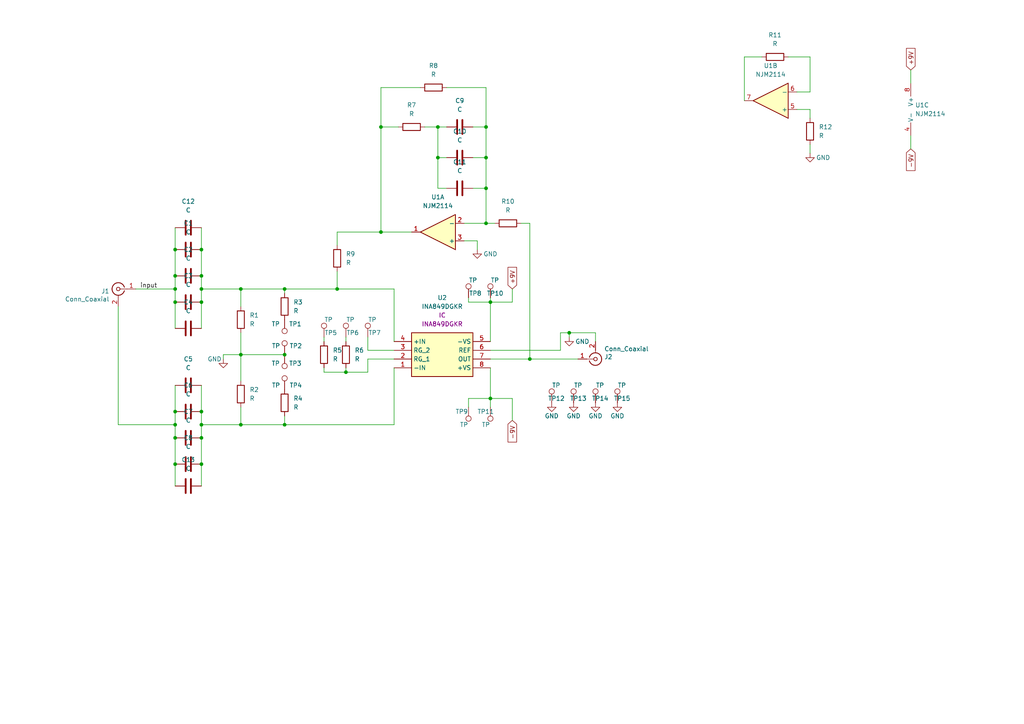
<source format=kicad_sch>
(kicad_sch (version 20211123) (generator eeschema)
  (paper "A4")
  (lib_symbols
    (symbol "Amplifier_Operational:NJM2114" (pin_names (offset 0.127))
      (property "Reference" "U" (at 0 5.08 0))
      (property "Value" "NJM2114" (at 0 -5.08 0))
      (symbol "NJM2114_1_1"
        (polyline (pts (xy -5.08 5.08) (xy 5.08 0) (xy -5.08 -5.08) (xy -5.08 5.08)) (stroke (width 0.254)) (fill (type background)))
        (pin output line (at 7.62 0 180) (length 2.54) (name "~") (number "1"))
        (pin input line (at -7.62 -2.54 0) (length 2.54) (name "-") (number "2"))
        (pin input line (at -7.62 2.54 0) (length 2.54) (name "+") (number "3"))
      )
      (symbol "NJM2114_2_1"
        (polyline (pts (xy -5.08 5.08) (xy 5.08 0) (xy -5.08 -5.08) (xy -5.08 5.08)) (stroke (width 0.254)) (fill (type background)))
        (pin input line (at -7.62 2.54 0) (length 2.54) (name "+") (number "5"))
        (pin input line (at -7.62 -2.54 0) (length 2.54) (name "-") (number "6"))
        (pin output line (at 7.62 0 180) (length 2.54) (name "~") (number "7"))
      )
      (symbol "NJM2114_3_1"
        (pin power_in line (at -2.54 -7.62 90) (length 3.81) (name "V-") (number "4"))
        (pin power_in line (at -2.54 7.62 270) (length 3.81) (name "V+") (number "8"))
      )
    )
    (symbol "Connector:Conn_Coaxial" (pin_names (offset 1.016) hide)
      (property "Reference" "J" (at 0.254 3.048 0))
      (property "Value" "Conn_Coaxial" (at 2.921 0 90))
      (symbol "Conn_Coaxial_0_1"
        (arc (start -1.778 -0.508) (mid 0.2311 -1.8066) (end 1.778 0) (stroke (width 0.254)))
        (polyline (pts (xy -2.54 0) (xy -0.508 0)))
        (polyline (pts (xy 0 -2.54) (xy 0 -1.778)))
        (circle (center 0 0) (radius 0.508) (stroke (width 0.2032)))
        (arc (start 1.778 0) (mid 0.2099 1.8101) (end -1.778 0.508) (stroke (width 0.254)))
      )
      (symbol "Conn_Coaxial_1_1"
        (pin passive line (at -5.08 0 0) (length 2.54) (name "In") (number "1"))
        (pin passive line (at 0 -5.08 90) (length 2.54) (name "Ext") (number "2"))
      )
    )
    (symbol "Connector:TestPoint" (pin_numbers hide) (pin_names (offset 0.762) hide)
      (property "Reference" "TP" (at 0 6.858 0))
      (property "Value" "TestPoint" (at 0 5.08 0))
      (symbol "TestPoint_0_1"
        (circle (center 0 3.302) (radius 0.762))
      )
      (symbol "TestPoint_1_1"
        (pin passive line (at 0 0 90) (length 2.54) (name "1") (number "1"))
      )
    )
    (symbol "Device:C" (pin_numbers hide) (pin_names (offset 0.254))
      (property "Reference" "C" (at 0.635 2.54 0))
      (property "Value" "C" (at 0.635 -2.54 0))
      (symbol "C_0_1"
        (polyline (pts (xy -2.032 -0.762) (xy 2.032 -0.762)) (stroke (width 0.508)))
        (polyline (pts (xy -2.032 0.762) (xy 2.032 0.762)) (stroke (width 0.508)))
      )
      (symbol "C_1_1"
        (pin passive line (at 0 3.81 270) (length 2.794) (name "~") (number "1"))
        (pin passive line (at 0 -3.81 90) (length 2.794) (name "~") (number "2"))
      )
    )
    (symbol "Device:R" (pin_numbers hide) (pin_names (offset 0))
      (property "Reference" "R" (at 2.032 0 90))
      (property "Value" "R" (at 0 0 90))
      (symbol "R_0_1"
        (rectangle (start -1.016 -2.54) (end 1.016 2.54) (stroke (width 0.254)))
      )
      (symbol "R_1_1"
        (pin passive line (at 0 3.81 270) (length 1.27) (name "~") (number "1"))
        (pin passive line (at 0 -3.81 90) (length 1.27) (name "~") (number "2"))
      )
    )
    (symbol "INA849DGKR:INA849DGKR"
      (property "Value" "INA849DGKR" (at 0 0 0))
      (property "Reference_1" "IC" (at 24.13 7.62 0))
      (property "Value_1" "INA849DGKR" (at 24.13 5.08 0))
      (symbol "INA849DGKR_1_1"
        (rectangle (start 5.08 2.54) (end 22.86 -10.16) (stroke (width 0.254)) (fill (type background)))
        (pin passive line (at 0 0 0) (length 5.08) (name "-IN") (number "1"))
        (pin passive line (at 0 -2.54 0) (length 5.08) (name "RG_1") (number "2"))
        (pin passive line (at 0 -5.08 0) (length 5.08) (name "RG_2") (number "3"))
        (pin passive line (at 0 -7.62 0) (length 5.08) (name "+IN") (number "4"))
        (pin passive line (at 27.94 -7.62 180) (length 5.08) (name "-VS") (number "5"))
        (pin passive line (at 27.94 -5.08 180) (length 5.08) (name "REF") (number "6"))
        (pin passive line (at 27.94 -2.54 180) (length 5.08) (name "OUT") (number "7"))
        (pin passive line (at 27.94 0 180) (length 5.08) (name "+VS") (number "8"))
      )
    )
    (symbol "power:GND" (power) (pin_names (offset 0))
      (property "Value" "GND" (at 0 -3.81 0))
      (symbol "GND_0_1"
        (polyline (pts (xy 0 0) (xy 0 -1.27) (xy 1.27 -1.27) (xy 0 -2.54) (xy -1.27 -1.27) (xy 0 -1.27)))
      )
      (symbol "GND_1_1"
        (pin power_in line (at 0 0 270) (length 0) hide (name "GND") (number "1"))
      )
    )
  )
  (junction (at 50.8 80.01))
  (junction (at 140.97 45.72))
  (junction (at 58.42 72.39))
  (junction (at 69.85 83.82))
  (junction (at 127 36.83))
  (junction (at 82.55 123.19))
  (junction (at 50.8 134.62))
  (junction (at 153.67 104.14))
  (junction (at 97.79 83.82))
  (junction (at 58.42 87.63))
  (junction (at 140.97 64.77))
  (junction (at 50.8 87.63))
  (junction (at 140.97 54.61))
  (junction (at 110.49 67.31))
  (junction (at 58.42 123.19))
  (junction (at 82.55 83.82))
  (junction (at 69.85 123.19))
  (junction (at 58.42 83.82))
  (junction (at 50.8 72.39))
  (junction (at 165.1 96.52))
  (junction (at 58.42 80.01))
  (junction (at 69.85 102.87))
  (junction (at 58.42 127))
  (junction (at 140.97 36.83))
  (junction (at 58.42 134.62))
  (junction (at 50.8 119.38))
  (junction (at 142.24 87.63))
  (junction (at 82.55 102.87))
  (junction (at 100.33 107.95))
  (junction (at 50.8 83.82))
  (junction (at 50.8 127))
  (junction (at 58.42 119.38))
  (junction (at 50.8 123.19))
  (junction (at 142.24 115.57))
  (junction (at 110.49 36.83))
  (junction (at 127 45.72))
  (wire (pts (xy 100.33 107.95) (xy 106.68 107.95)))
  (wire (pts (xy 97.79 67.31) (xy 97.79 71.12)))
  (wire (pts (xy 69.85 123.19) (xy 82.55 123.19)))
  (wire (pts (xy 135.89 118.11) (xy 135.89 115.57)))
  (wire (pts (xy 50.8 123.19) (xy 50.8 127)))
  (wire (pts (xy 231.14 31.75) (xy 234.95 31.75)))
  (wire (pts (xy 58.42 87.63) (xy 58.42 95.25)))
  (wire (pts (xy 142.24 104.14) (xy 153.67 104.14)))
  (wire (pts (xy 140.97 25.4) (xy 140.97 36.83)))
  (wire (pts (xy 134.62 64.77) (xy 140.97 64.77)))
  (wire (pts (xy 58.42 123.19) (xy 69.85 123.19)))
  (wire (pts (xy 50.8 72.39) (xy 50.8 80.01)))
  (wire (pts (xy 234.95 16.51) (xy 234.95 26.67)))
  (wire (pts (xy 172.72 96.52) (xy 172.72 99.06)))
  (wire (pts (xy 69.85 83.82) (xy 82.55 83.82)))
  (wire (pts (xy 82.55 83.82) (xy 97.79 83.82)))
  (wire (pts (xy 82.55 123.19) (xy 114.3 123.19)))
  (wire (pts (xy 58.42 134.62) (xy 58.42 140.97)))
  (wire (pts (xy 129.54 25.4) (xy 140.97 25.4)))
  (wire (pts (xy 106.68 107.95) (xy 106.68 104.14)))
  (wire (pts (xy 234.95 26.67) (xy 231.14 26.67)))
  (wire (pts (xy 50.8 87.63) (xy 50.8 95.25)))
  (wire (pts (xy 264.16 20.32) (xy 264.16 24.13)))
  (wire (pts (xy 135.89 87.63) (xy 142.24 87.63)))
  (wire (pts (xy 165.1 96.52) (xy 172.72 96.52)))
  (wire (pts (xy 106.68 104.14) (xy 114.3 104.14)))
  (wire (pts (xy 142.24 115.57) (xy 142.24 118.11)))
  (wire (pts (xy 165.1 96.52) (xy 165.1 97.79)))
  (wire (pts (xy 50.8 123.19) (xy 50.8 119.38)))
  (wire (pts (xy 148.59 121.92) (xy 148.59 115.57)))
  (wire (pts (xy 64.77 104.14) (xy 64.77 102.87)))
  (wire (pts (xy 135.89 115.57) (xy 142.24 115.57)))
  (wire (pts (xy 129.54 45.72) (xy 127 45.72)))
  (wire (pts (xy 58.42 127) (xy 58.42 134.62)))
  (wire (pts (xy 153.67 64.77) (xy 153.67 104.14)))
  (wire (pts (xy 114.3 99.06) (xy 114.3 83.82)))
  (wire (pts (xy 115.57 36.83) (xy 110.49 36.83)))
  (wire (pts (xy 127 45.72) (xy 127 36.83)))
  (wire (pts (xy 34.29 88.9) (xy 34.29 123.19)))
  (wire (pts (xy 58.42 111.76) (xy 58.42 119.38)))
  (wire (pts (xy 151.13 64.77) (xy 153.67 64.77)))
  (wire (pts (xy 114.3 101.6) (xy 106.68 101.6)))
  (wire (pts (xy 110.49 36.83) (xy 110.49 67.31)))
  (wire (pts (xy 138.43 69.85) (xy 138.43 72.39)))
  (wire (pts (xy 93.98 106.68) (xy 93.98 107.95)))
  (wire (pts (xy 140.97 45.72) (xy 140.97 54.61)))
  (wire (pts (xy 134.62 69.85) (xy 138.43 69.85)))
  (wire (pts (xy 50.8 134.62) (xy 50.8 140.97)))
  (wire (pts (xy 69.85 83.82) (xy 69.85 88.9)))
  (wire (pts (xy 69.85 118.11) (xy 69.85 123.19)))
  (wire (pts (xy 228.6 16.51) (xy 234.95 16.51)))
  (wire (pts (xy 162.56 101.6) (xy 162.56 96.52)))
  (wire (pts (xy 50.8 127) (xy 50.8 134.62)))
  (wire (pts (xy 110.49 25.4) (xy 110.49 36.83)))
  (wire (pts (xy 127 54.61) (xy 127 45.72)))
  (wire (pts (xy 97.79 83.82) (xy 114.3 83.82)))
  (wire (pts (xy 50.8 83.82) (xy 50.8 80.01)))
  (wire (pts (xy 50.8 66.04) (xy 50.8 72.39)))
  (wire (pts (xy 93.98 97.79) (xy 93.98 99.06)))
  (wire (pts (xy 64.77 102.87) (xy 69.85 102.87)))
  (wire (pts (xy 69.85 102.87) (xy 69.85 110.49)))
  (wire (pts (xy 82.55 83.82) (xy 82.55 85.09)))
  (wire (pts (xy 127 36.83) (xy 129.54 36.83)))
  (wire (pts (xy 119.38 67.31) (xy 110.49 67.31)))
  (wire (pts (xy 153.67 104.14) (xy 167.64 104.14)))
  (wire (pts (xy 100.33 97.79) (xy 100.33 99.06)))
  (wire (pts (xy 58.42 123.19) (xy 58.42 127)))
  (wire (pts (xy 162.56 96.52) (xy 165.1 96.52)))
  (wire (pts (xy 110.49 67.31) (xy 97.79 67.31)))
  (wire (pts (xy 123.19 36.83) (xy 127 36.83)))
  (wire (pts (xy 264.16 39.37) (xy 264.16 43.18)))
  (wire (pts (xy 114.3 106.68) (xy 114.3 123.19)))
  (wire (pts (xy 135.89 86.36) (xy 135.89 87.63)))
  (wire (pts (xy 148.59 115.57) (xy 142.24 115.57)))
  (wire (pts (xy 121.92 25.4) (xy 110.49 25.4)))
  (wire (pts (xy 142.24 101.6) (xy 162.56 101.6)))
  (wire (pts (xy 234.95 41.91) (xy 234.95 44.45)))
  (wire (pts (xy 58.42 66.04) (xy 58.42 72.39)))
  (wire (pts (xy 137.16 54.61) (xy 140.97 54.61)))
  (wire (pts (xy 234.95 31.75) (xy 234.95 34.29)))
  (wire (pts (xy 140.97 36.83) (xy 140.97 45.72)))
  (wire (pts (xy 50.8 83.82) (xy 50.8 87.63)))
  (wire (pts (xy 140.97 54.61) (xy 140.97 64.77)))
  (wire (pts (xy 106.68 101.6) (xy 106.68 97.79)))
  (wire (pts (xy 58.42 72.39) (xy 58.42 80.01)))
  (wire (pts (xy 58.42 80.01) (xy 58.42 83.82)))
  (wire (pts (xy 58.42 83.82) (xy 69.85 83.82)))
  (wire (pts (xy 39.37 83.82) (xy 50.8 83.82)))
  (wire (pts (xy 34.29 123.19) (xy 50.8 123.19)))
  (wire (pts (xy 148.59 87.63) (xy 142.24 87.63)))
  (wire (pts (xy 215.9 29.21) (xy 215.9 16.51)))
  (wire (pts (xy 97.79 78.74) (xy 97.79 83.82)))
  (wire (pts (xy 140.97 64.77) (xy 143.51 64.77)))
  (wire (pts (xy 50.8 111.76) (xy 50.8 119.38)))
  (wire (pts (xy 58.42 83.82) (xy 58.42 87.63)))
  (wire (pts (xy 58.42 119.38) (xy 58.42 123.19)))
  (wire (pts (xy 148.59 83.82) (xy 148.59 87.63)))
  (wire (pts (xy 137.16 45.72) (xy 140.97 45.72)))
  (wire (pts (xy 137.16 36.83) (xy 140.97 36.83)))
  (wire (pts (xy 93.98 107.95) (xy 100.33 107.95)))
  (wire (pts (xy 215.9 16.51) (xy 220.98 16.51)))
  (wire (pts (xy 142.24 87.63) (xy 142.24 99.06)))
  (wire (pts (xy 69.85 96.52) (xy 69.85 102.87)))
  (wire (pts (xy 142.24 106.68) (xy 142.24 115.57)))
  (wire (pts (xy 82.55 120.65) (xy 82.55 123.19)))
  (wire (pts (xy 142.24 86.36) (xy 142.24 87.63)))
  (wire (pts (xy 129.54 54.61) (xy 127 54.61)))
  (wire (pts (xy 69.85 102.87) (xy 82.55 102.87)))
  (wire (pts (xy 100.33 106.68) (xy 100.33 107.95)))
  (label "input" (at 40.64 83.82 0))
  (global_label "+9V" (shape input) (at 148.59 83.82 90) (property "Intersheet References" "${INTERSHEET_REFS}" (effects hide)))
  (global_label "+9V" (shape input) (at 264.16 20.32 90) (property "Intersheet References" "${INTERSHEET_REFS}" (effects hide)))
  (global_label "-9V" (shape input) (at 148.59 121.92 270) (property "Intersheet References" "${INTERSHEET_REFS}" (effects hide)))
  (global_label "-9V" (shape input) (at 264.16 43.18 270) (property "Intersheet References" "${INTERSHEET_REFS}" (effects hide)))
  (symbol (lib_id "Connector:TestPoint") (at 142.24 86.36 0) (unit 1)
    (property "Reference" "TP10" (at 146.05 85.09 0) (effects (justify right)))
    (property "Value" "TP" (at 144.78 81.28 0) (effects (justify right)))
    (property "Footprint" "TestPoint:TestPoint_Keystone_5000-5004_Miniature" (effects hide))
  )
  (symbol (lib_id "Connector:TestPoint") (at 82.55 92.71 180) (unit 1)
    (property "Reference" "TP1" (at 83.82 93.98 0) (effects (justify right)))
    (property "Value" "TP" (at 78.74 93.98 0) (effects (justify right)))
    (property "Footprint" "TestPoint:TestPoint_Keystone_5000-5004_Miniature" (effects hide))
  )
  (symbol (lib_id "Connector:TestPoint") (at 82.55 113.03 0) (unit 1)
    (property "Reference" "TP4" (at 87.63 111.76 0) (effects (justify right)))
    (property "Value" "TP" (at 81.28 111.76 0) (effects (justify right)))
    (property "Footprint" "TestPoint:TestPoint_Keystone_5000-5004_Miniature" (effects hide))
  )
  (symbol (lib_id "power:GND") (at 64.77 104.14 0) (unit 1)
    (property "Reference" "#PWR0106" (effects hide))
    (property "Value" "GND" (at 62.23 104.14 0))
  )
  (symbol (lib_id "Device:C") (at 54.61 66.04 90) (unit 1)
    (property "Reference" "C12" (at 54.61 58.42 90))
    (property "Value" "C" (at 54.61 60.96 90))
    (property "Footprint" "Capacitor_SMD:C_1812_4532Metric_Pad1.57x3.40mm_HandSolder" (effects hide))
  )
  (symbol (lib_id "power:GND") (at 172.72 116.84 0) (unit 1)
    (property "Reference" "#PWR0104" (effects hide))
    (property "Value" "GND" (at 172.72 120.65 0))
  )
  (symbol (lib_id "Connector:TestPoint") (at 135.89 86.36 0) (unit 1)
    (property "Reference" "TP8" (at 139.7 85.09 0) (effects (justify right)))
    (property "Value" "TP" (at 138.43 81.28 0) (effects (justify right)))
    (property "Footprint" "TestPoint:TestPoint_Keystone_5000-5004_Miniature" (effects hide))
  )
  (symbol (lib_id "Device:R") (at 82.55 88.9 0) (unit 1)
    (property "Reference" "R3" (at 85.09 87.6299 0) (effects (justify left)))
    (property "Value" "R" (at 85.09 90.1699 0) (effects (justify left)))
  )
  (symbol (lib_id "Device:C") (at 54.61 134.62 90) (unit 1)
    (property "Reference" "C8" (at 54.61 127 90))
    (property "Value" "C" (at 54.61 129.54 90))
    (property "Footprint" "Capacitor_SMD:C_0805_2012Metric_Pad1.18x1.45mm_HandSolder" (effects hide))
  )
  (symbol (lib_id "Amplifier_Operational:NJM2114") (at 223.52 29.21 180) (unit 2)
    (property "Reference" "U1" (at 223.52 19.05 0))
    (property "Value" "NJM2114" (at 223.52 21.59 0))
    (property "Footprint" "Package_DIP:DIP-8_W7.62mm" (effects hide))
    (property "Datasheet" "http://www.njr.com/semicon/PDF/NJM2114_E.pdf" (effects hide))
  )
  (symbol (lib_id "power:GND") (at 234.95 44.45 0) (unit 1)
    (property "Reference" "#PWR0108" (effects hide))
    (property "Value" "GND" (at 238.76 45.72 0))
  )
  (symbol (lib_id "power:GND") (at 138.43 72.39 0) (unit 1)
    (property "Reference" "#PWR0107" (effects hide))
    (property "Value" "GND" (at 142.24 73.66 0))
  )
  (symbol (lib_id "Connector:Conn_Coaxial") (at 34.29 83.82 0) (mirror y) (unit 1)
    (property "Reference" "J1" (at 31.75 84.455 0) (effects (justify left)))
    (property "Value" "Conn_Coaxial" (at 31.75 86.7664 0) (effects (justify left)))
    (property "Footprint" "Connector_Coaxial:SMA_Molex_73251-2200_Horizontal" (effects hide))
    (property "Datasheet" " ~" (effects hide))
  )
  (symbol (lib_id "Connector:TestPoint") (at 160.02 116.84 0) (unit 1)
    (property "Reference" "TP12" (at 163.83 115.57 0) (effects (justify right)))
    (property "Value" "TP" (at 162.56 111.76 0) (effects (justify right)))
    (property "Footprint" "TestPoint:TestPoint_Keystone_5000-5004_Miniature" (effects hide))
  )
  (symbol (lib_id "Device:R") (at 97.79 74.93 0) (unit 1)
    (property "Reference" "R9" (at 100.33 73.6599 0) (effects (justify left)))
    (property "Value" "R" (at 100.33 76.1999 0) (effects (justify left)))
  )
  (symbol (lib_id "Connector:TestPoint") (at 166.37 116.84 0) (unit 1)
    (property "Reference" "TP13" (at 170.18 115.57 0) (effects (justify right)))
    (property "Value" "TP" (at 168.91 111.76 0) (effects (justify right)))
    (property "Footprint" "TestPoint:TestPoint_Keystone_5000-5004_Miniature" (effects hide))
  )
  (symbol (lib_id "Device:R") (at 125.73 25.4 90) (unit 1)
    (property "Reference" "R8" (at 125.73 19.05 90))
    (property "Value" "R" (at 125.73 21.59 90))
  )
  (symbol (lib_id "Connector:Conn_Coaxial") (at 172.72 104.14 0) (mirror x) (unit 1)
    (property "Reference" "J2" (at 175.26 103.505 0) (effects (justify left)))
    (property "Value" "Conn_Coaxial" (at 175.26 101.1936 0) (effects (justify left)))
    (property "Footprint" "Connector_Coaxial:SMA_Molex_73251-2200_Horizontal" (effects hide))
    (property "Datasheet" " ~" (effects hide))
  )
  (symbol (lib_id "Connector:TestPoint") (at 82.55 102.87 0) (unit 1)
    (property "Reference" "TP2" (at 87.63 100.33 0) (effects (justify right)))
    (property "Value" "TP" (at 81.28 100.33 0) (effects (justify right)))
    (property "Footprint" "TestPoint:TestPoint_Keystone_5000-5004_Miniature" (effects hide))
  )
  (symbol (lib_id "Connector:TestPoint") (at 93.98 97.79 0) (unit 1)
    (property "Reference" "TP5" (at 97.79 96.52 0) (effects (justify right)))
    (property "Value" "TP" (at 96.52 92.71 0) (effects (justify right)))
    (property "Footprint" "TestPoint:TestPoint_Keystone_5000-5004_Miniature" (effects hide))
  )
  (symbol (lib_id "Connector:TestPoint") (at 179.07 116.84 0) (unit 1)
    (property "Reference" "TP15" (at 182.88 115.57 0) (effects (justify right)))
    (property "Value" "TP" (at 181.61 111.76 0) (effects (justify right)))
    (property "Footprint" "TestPoint:TestPoint_Keystone_5000-5004_Miniature" (effects hide))
  )
  (symbol (lib_id "power:GND") (at 179.07 116.84 0) (unit 1)
    (property "Reference" "#PWR0105" (effects hide))
    (property "Value" "GND" (at 179.07 120.65 0))
  )
  (symbol (lib_id "power:GND") (at 165.1 97.79 0) (unit 1)
    (property "Reference" "#PWR0101" (effects hide))
    (property "Value" "GND" (at 168.91 99.06 0))
  )
  (symbol (lib_id "Device:C") (at 133.35 36.83 90) (unit 1)
    (property "Reference" "C9" (at 133.35 29.21 90))
    (property "Value" "C" (at 133.35 31.75 90))
    (property "Footprint" "Capacitor_THT:C_Radial_D5.0mm_H5.0mm_P2.00mm" (effects hide))
  )
  (symbol (lib_id "Connector:TestPoint") (at 82.55 102.87 180) (unit 1)
    (property "Reference" "TP3" (at 83.82 105.41 0) (effects (justify right)))
    (property "Value" "TP" (at 78.74 105.41 0) (effects (justify right)))
    (property "Footprint" "TestPoint:TestPoint_Keystone_5000-5004_Miniature" (effects hide))
  )
  (symbol (lib_id "Device:C") (at 54.61 95.25 90) (unit 1)
    (property "Reference" "C4" (at 54.61 87.63 90))
    (property "Value" "C" (at 54.61 90.17 90))
    (property "Footprint" "Capacitor_SMD:C_0805_2012Metric_Pad1.18x1.45mm_HandSolder" (effects hide))
  )
  (symbol (lib_id "Device:C") (at 54.61 140.97 90) (unit 1)
    (property "Reference" "C13" (at 54.61 133.35 90))
    (property "Value" "C" (at 54.61 135.89 90))
    (property "Footprint" "Capacitor_SMD:C_1812_4532Metric_Pad1.57x3.40mm_HandSolder" (effects hide))
  )
  (symbol (lib_id "Device:R") (at 82.55 116.84 0) (unit 1)
    (property "Reference" "R4" (at 85.09 115.5699 0) (effects (justify left)))
    (property "Value" "R" (at 85.09 118.1099 0) (effects (justify left)))
  )
  (symbol (lib_id "Device:C") (at 54.61 87.63 90) (unit 1)
    (property "Reference" "C3" (at 54.61 80.01 90))
    (property "Value" "C" (at 54.61 82.55 90))
    (property "Footprint" "Capacitor_SMD:C_0805_2012Metric_Pad1.18x1.45mm_HandSolder" (effects hide))
  )
  (symbol (lib_id "Device:C") (at 54.61 111.76 90) (unit 1)
    (property "Reference" "C5" (at 54.61 104.14 90))
    (property "Value" "C" (at 54.61 106.68 90))
    (property "Footprint" "Capacitor_THT:C_Radial_D5.0mm_H5.0mm_P2.00mm" (effects hide))
  )
  (symbol (lib_id "Device:R") (at 234.95 38.1 180) (unit 1)
    (property "Reference" "R12" (at 237.49 36.8299 0) (effects (justify right)))
    (property "Value" "R" (at 237.49 39.3699 0) (effects (justify right)))
  )
  (symbol (lib_id "Connector:TestPoint") (at 106.68 97.79 0) (unit 1)
    (property "Reference" "TP7" (at 110.49 96.52 0) (effects (justify right)))
    (property "Value" "TP" (at 109.22 92.71 0) (effects (justify right)))
    (property "Footprint" "TestPoint:TestPoint_Keystone_5000-5004_Miniature" (effects hide))
  )
  (symbol (lib_id "Device:C") (at 54.61 72.39 90) (unit 1)
    (property "Reference" "C1" (at 54.61 64.77 90))
    (property "Value" "C" (at 54.61 67.31 90))
    (property "Footprint" "Capacitor_THT:C_Radial_D5.0mm_H5.0mm_P2.00mm" (effects hide))
  )
  (symbol (lib_id "Device:R") (at 224.79 16.51 90) (unit 1)
    (property "Reference" "R11" (at 224.79 10.16 90))
    (property "Value" "R" (at 224.79 12.7 90))
  )
  (symbol (lib_id "Device:C") (at 133.35 45.72 90) (unit 1)
    (property "Reference" "C10" (at 133.35 38.1 90))
    (property "Value" "C" (at 133.35 40.64 90))
    (property "Footprint" "Capacitor_SMD:C_1812_4532Metric_Pad1.57x3.40mm_HandSolder" (effects hide))
  )
  (symbol (lib_id "Amplifier_Operational:NJM2114") (at 266.7 31.75 0) (unit 3)
    (property "Reference" "U1" (at 265.43 30.4799 0) (effects (justify left)))
    (property "Value" "NJM2114" (at 265.43 33.0199 0) (effects (justify left)))
    (property "Footprint" "Package_DIP:DIP-8_W7.62mm" (effects hide))
    (property "Datasheet" "http://www.njr.com/semicon/PDF/NJM2114_E.pdf" (effects hide))
  )
  (symbol (lib_id "INA849DGKR:INA849DGKR") (at 114.3 106.68 0) (mirror x) (unit 1)
    (property "Reference" "U2" (at 128.27 86.36 0))
    (property "Value" "INA849DGKR" (at 128.27 88.9 0))
    (property "Footprint" "INA849:SOP65P490X110-8N" (effects hide))
    (property "Reference_1" "IC" (at 128.27 91.44 0))
    (property "Value_1" "INA849DGKR" (at 128.27 93.98 0))
    (property "Footprint_1" "SOP65P490X110-8N" (effects hide))
    (property "Datasheet_1" "https://www.ti.com/lit/gpn/INA849" (effects hide))
    (property "Height" "1.1" (effects hide))
    (property "Mouser Part Number" "595-INA849DGKR" (effects hide))
    (property "Mouser Price/Stock" "https://www.mouser.co.uk/ProductDetail/Texas-Instruments/INA849DGKR?qs=e8oIoAS2J1SMxAVLVuUtOg%3D%3D" (effects hide))
    (property "Manufacturer_Name" "Texas Instruments" (effects hide))
    (property "Manufacturer_Part_Number" "INA849DGKR" (effects hide))
  )
  (symbol (lib_id "Connector:TestPoint") (at 135.89 118.11 180) (unit 1)
    (property "Reference" "TP9" (at 132.08 119.38 0) (effects (justify right)))
    (property "Value" "TP" (at 133.35 123.19 0) (effects (justify right)))
    (property "Footprint" "TestPoint:TestPoint_Keystone_5000-5004_Miniature" (effects hide))
  )
  (symbol (lib_id "Device:C") (at 54.61 80.01 90) (unit 1)
    (property "Reference" "C2" (at 54.61 72.39 90))
    (property "Value" "C" (at 54.61 74.93 90))
    (property "Footprint" "Capacitor_SMD:C_2225_5664Metric_Pad1.80x6.60mm_HandSolder" (effects hide))
  )
  (symbol (lib_id "power:GND") (at 160.02 116.84 0) (unit 1)
    (property "Reference" "#PWR0102" (effects hide))
    (property "Value" "GND" (at 160.02 120.65 0))
  )
  (symbol (lib_id "Device:R") (at 119.38 36.83 90) (unit 1)
    (property "Reference" "R7" (at 119.38 30.48 90))
    (property "Value" "R" (at 119.38 33.02 90))
  )
  (symbol (lib_id "Device:C") (at 133.35 54.61 90) (unit 1)
    (property "Reference" "C11" (at 133.35 46.99 90))
    (property "Value" "C" (at 133.35 49.53 90))
    (property "Footprint" "Capacitor_SMD:C_0805_2012Metric_Pad1.18x1.45mm_HandSolder" (effects hide))
  )
  (symbol (lib_id "Connector:TestPoint") (at 172.72 116.84 0) (unit 1)
    (property "Reference" "TP14" (at 176.53 115.57 0) (effects (justify right)))
    (property "Value" "TP" (at 175.26 111.76 0) (effects (justify right)))
    (property "Footprint" "TestPoint:TestPoint_Keystone_5000-5004_Miniature" (effects hide))
  )
  (symbol (lib_id "Device:R") (at 69.85 114.3 0) (unit 1)
    (property "Reference" "R2" (at 72.39 113.0299 0) (effects (justify left)))
    (property "Value" "R" (at 72.39 115.5699 0) (effects (justify left)))
  )
  (symbol (lib_id "Device:C") (at 54.61 127 90) (unit 1)
    (property "Reference" "C7" (at 54.61 119.38 90))
    (property "Value" "C" (at 54.61 121.92 90))
    (property "Footprint" "Capacitor_SMD:C_0805_2012Metric_Pad1.18x1.45mm_HandSolder" (effects hide))
  )
  (symbol (lib_id "Connector:TestPoint") (at 142.24 118.11 180) (unit 1)
    (property "Reference" "TP11" (at 138.43 119.38 0) (effects (justify right)))
    (property "Value" "TP" (at 139.7 123.19 0) (effects (justify right)))
    (property "Footprint" "TestPoint:TestPoint_Keystone_5000-5004_Miniature" (effects hide))
  )
  (symbol (lib_id "Device:R") (at 100.33 102.87 0) (unit 1)
    (property "Reference" "R6" (at 102.87 101.5999 0) (effects (justify left)))
    (property "Value" "R" (at 102.87 104.1399 0) (effects (justify left)))
  )
  (symbol (lib_id "Device:R") (at 69.85 92.71 0) (unit 1)
    (property "Reference" "R1" (at 72.39 91.4399 0) (effects (justify left)))
    (property "Value" "R" (at 72.39 93.9799 0) (effects (justify left)))
  )
  (symbol (lib_id "Connector:TestPoint") (at 100.33 97.79 0) (unit 1)
    (property "Reference" "TP6" (at 104.14 96.52 0) (effects (justify right)))
    (property "Value" "TP" (at 102.87 92.71 0) (effects (justify right)))
    (property "Footprint" "TestPoint:TestPoint_Keystone_5000-5004_Miniature" (effects hide))
  )
  (symbol (lib_id "Device:R") (at 147.32 64.77 90) (unit 1)
    (property "Reference" "R10" (at 147.32 58.42 90))
    (property "Value" "R" (at 147.32 60.96 90))
  )
  (symbol (lib_id "power:GND") (at 166.37 116.84 0) (unit 1)
    (property "Reference" "#PWR0103" (effects hide))
    (property "Value" "GND" (at 166.37 120.65 0))
  )
  (symbol (lib_id "Device:C") (at 54.61 119.38 90) (unit 1)
    (property "Reference" "C6" (at 54.61 111.76 90))
    (property "Value" "C" (at 54.61 114.3 90))
    (property "Footprint" "Capacitor_SMD:C_2225_5664Metric_Pad1.80x6.60mm_HandSolder" (effects hide))
  )
  (symbol (lib_id "Device:R") (at 93.98 102.87 0) (unit 1)
    (property "Reference" "R5" (at 96.52 101.5999 0) (effects (justify left)))
    (property "Value" "R" (at 96.52 104.1399 0) (effects (justify left)))
  )
  (symbol (lib_id "Amplifier_Operational:NJM2114") (at 127 67.31 180) (unit 1)
    (property "Reference" "U1" (at 127 57.15 0))
    (property "Value" "NJM2114" (at 127 59.69 0))
    (property "Footprint" "Package_DIP:DIP-8_W7.62mm" (effects hide))
    (property "Datasheet" "http://www.njr.com/semicon/PDF/NJM2114_E.pdf" (effects hide))
  )
)
</source>
